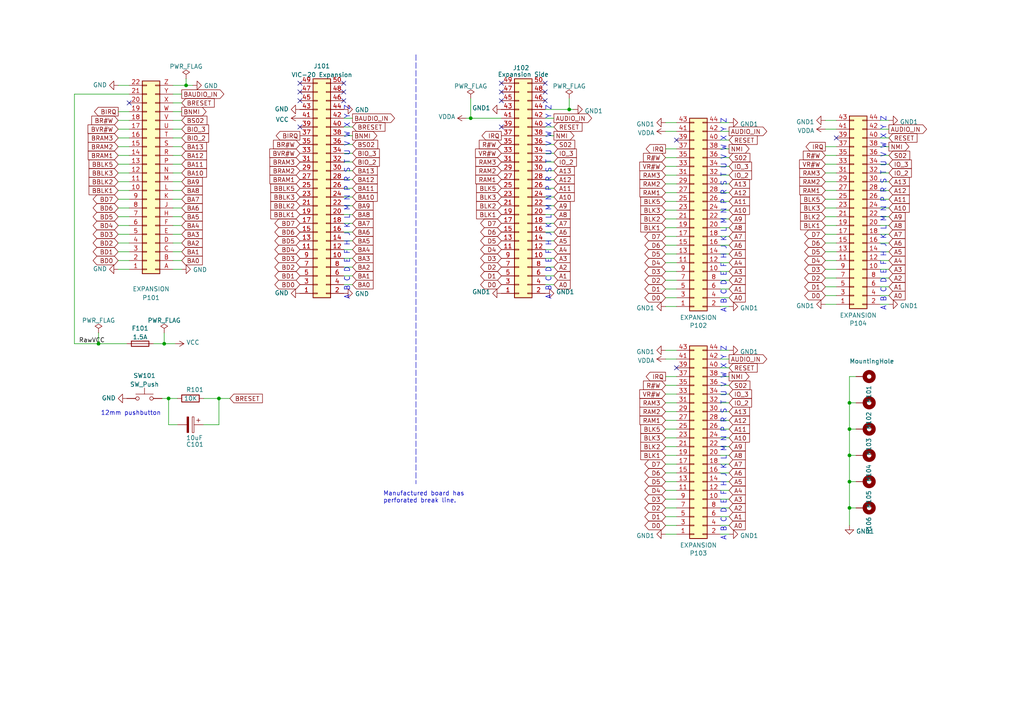
<source format=kicad_sch>
(kicad_sch (version 20211123) (generator eeschema)
  (paper "A4")
  (title_block (title "VIC-1005 3-slot Expansion Card") (date "2022-07-08") (rev "1.0-001") (comment 1 "Designed by Richard Cini"))
  (junction (at 48.895 115.57))
  (junction (at 47.625 99.695))
  (junction (at 28.575 99.695))
  (junction (at 246.38 116.84))
  (junction (at 246.38 132.08))
  (junction (at 53.975 24.765))
  (junction (at 136.525 34.29))
  (junction (at 165.1 31.75))
  (junction (at 246.38 147.32))
  (junction (at 246.38 139.7))
  (junction (at 63.5 115.57))
  (junction (at 246.38 124.46))
  (no_connect (at 196.215 40.64))
  (no_connect (at 196.215 106.68))
  (no_connect (at 86.995 26.67))
  (no_connect (at 86.995 24.13))
  (no_connect (at 99.695 24.13))
  (no_connect (at 99.695 26.67))
  (no_connect (at 99.695 29.21))
  (no_connect (at 86.995 29.21))
  (no_connect (at 145.415 24.13))
  (no_connect (at 86.995 36.83))
  (no_connect (at 145.415 36.83))
  (no_connect (at 145.415 26.67))
  (no_connect (at 158.115 26.67))
  (no_connect (at 158.115 24.13))
  (no_connect (at 158.115 29.21))
  (no_connect (at 145.415 29.21))
  (no_connect (at 37.465 29.845))
  (no_connect (at 242.57 40.005))
  (wire (pts (xy 102.235 46.99) (xy 99.695 46.99)))
  (wire (pts (xy 52.705 37.465) (xy 50.165 37.465)))
  (wire (pts (xy 102.235 44.45) (xy 99.695 44.45)))
  (wire (pts (xy 52.705 70.485) (xy 50.165 70.485)))
  (wire (pts (xy 102.235 54.61) (xy 99.695 54.61)))
  (wire (pts (xy 37.465 55.245) (xy 34.29 55.245)))
  (wire (pts (xy 52.705 65.405) (xy 50.165 65.405)))
  (wire (pts (xy 52.705 45.085) (xy 50.165 45.085)))
  (wire (pts (xy 208.915 154.94) (xy 211.455 154.94)))
  (wire (pts (xy 211.455 104.14) (xy 208.915 104.14)))
  (wire (pts (xy 37.465 65.405) (xy 34.29 65.405)))
  (wire (pts (xy 211.455 132.08) (xy 208.915 132.08)))
  (wire (pts (xy 193.04 101.6) (xy 196.215 101.6)))
  (wire (pts (xy 196.215 83.82) (xy 193.04 83.82)))
  (wire (pts (xy 211.455 50.8) (xy 208.915 50.8)))
  (wire (pts (xy 239.395 34.925) (xy 242.57 34.925)))
  (wire (pts (xy 52.705 55.245) (xy 50.165 55.245)))
  (wire (pts (xy 50.165 67.945) (xy 52.705 67.945)))
  (wire (pts (xy 239.395 37.465) (xy 242.57 37.465)))
  (wire (pts (xy 102.235 77.47) (xy 99.695 77.47)))
  (wire (pts (xy 246.38 124.46) (xy 248.285 124.46)))
  (wire (pts (xy 208.915 101.6) (xy 211.455 101.6)))
  (wire (pts (xy 239.395 62.865) (xy 242.57 62.865)))
  (wire (pts (xy 196.215 137.16) (xy 193.04 137.16)))
  (wire (pts (xy 37.465 73.025) (xy 34.29 73.025)))
  (wire (pts (xy 242.57 47.625) (xy 239.395 47.625)))
  (wire (pts (xy 211.455 152.4) (xy 208.915 152.4)))
  (wire (pts (xy 257.81 55.245) (xy 255.27 55.245)))
  (wire (pts (xy 239.395 85.725) (xy 242.57 85.725)))
  (wire (pts (xy 242.57 75.565) (xy 239.395 75.565)))
  (wire (pts (xy 208.915 149.86) (xy 211.455 149.86)))
  (wire (pts (xy 160.655 82.55) (xy 158.115 82.55)))
  (wire (pts (xy 52.705 40.005) (xy 50.165 40.005)))
  (wire (pts (xy 255.27 78.105) (xy 257.81 78.105)))
  (wire (pts (xy 160.655 54.61) (xy 158.115 54.61)))
  (wire (pts (xy 211.455 43.18) (xy 208.915 43.18)))
  (wire (pts (xy 196.215 111.76) (xy 193.04 111.76)))
  (wire (pts (xy 193.04 53.34) (xy 196.215 53.34)))
  (wire (pts (xy 257.81 57.785) (xy 255.27 57.785)))
  (wire (pts (xy 160.655 64.77) (xy 158.115 64.77)))
  (wire (pts (xy 52.705 27.305) (xy 50.165 27.305)))
  (wire (pts (xy 242.57 45.085) (xy 239.395 45.085)))
  (wire (pts (xy 193.04 43.18) (xy 196.215 43.18)))
  (wire (pts (xy 242.57 55.245) (xy 239.395 55.245)))
  (wire (pts (xy 34.29 75.565) (xy 37.465 75.565)))
  (wire (pts (xy 246.38 132.08) (xy 246.38 124.46)))
  (wire (pts (xy 193.04 109.22) (xy 196.215 109.22)))
  (wire (pts (xy 50.165 52.705) (xy 52.705 52.705)))
  (wire (pts (xy 34.29 32.385) (xy 37.465 32.385)))
  (wire (pts (xy 136.525 34.29) (xy 145.415 34.29)))
  (wire (pts (xy 34.29 42.545) (xy 37.465 42.545)))
  (wire (pts (xy 37.465 67.945) (xy 34.29 67.945)))
  (wire (pts (xy 34.29 57.785) (xy 37.465 57.785)))
  (wire (pts (xy 257.81 60.325) (xy 255.27 60.325)))
  (wire (pts (xy 160.655 57.15) (xy 158.115 57.15)))
  (wire (pts (xy 211.455 137.16) (xy 208.915 137.16)))
  (wire (pts (xy 211.455 60.96) (xy 208.915 60.96)))
  (wire (pts (xy 193.04 124.46) (xy 196.215 124.46)))
  (wire (pts (xy 136.525 28.575) (xy 136.525 34.29)))
  (wire (pts (xy 52.705 62.865) (xy 50.165 62.865)))
  (wire (pts (xy 53.975 22.86) (xy 53.975 24.765)))
  (wire (pts (xy 160.655 46.99) (xy 158.115 46.99)))
  (wire (pts (xy 257.81 47.625) (xy 255.27 47.625)))
  (wire (pts (xy 196.215 71.12) (xy 193.04 71.12)))
  (wire (pts (xy 211.455 45.72) (xy 208.915 45.72)))
  (wire (pts (xy 239.395 52.705) (xy 242.57 52.705)))
  (wire (pts (xy 208.915 129.54) (xy 211.455 129.54)))
  (wire (pts (xy 50.165 78.105) (xy 52.705 78.105)))
  (wire (pts (xy 208.915 144.78) (xy 211.455 144.78)))
  (wire (pts (xy 50.165 42.545) (xy 52.705 42.545)))
  (wire (pts (xy 211.455 139.7) (xy 208.915 139.7)))
  (wire (pts (xy 193.04 154.94) (xy 196.215 154.94)))
  (wire (pts (xy 48.895 115.57) (xy 51.435 115.57)))
  (wire (pts (xy 160.655 62.23) (xy 158.115 62.23)))
  (wire (pts (xy 196.215 144.78) (xy 193.04 144.78)))
  (wire (pts (xy 246.38 109.22) (xy 246.38 116.84)))
  (wire (pts (xy 160.655 67.31) (xy 158.115 67.31)))
  (wire (pts (xy 255.27 83.185) (xy 257.81 83.185)))
  (wire (pts (xy 28.575 96.52) (xy 28.575 99.695)))
  (wire (pts (xy 208.915 119.38) (xy 211.455 119.38)))
  (wire (pts (xy 193.04 35.56) (xy 196.215 35.56)))
  (wire (pts (xy 160.655 44.45) (xy 158.115 44.45)))
  (wire (pts (xy 37.465 50.165) (xy 34.29 50.165)))
  (wire (pts (xy 208.915 78.74) (xy 211.455 78.74)))
  (wire (pts (xy 160.655 41.91) (xy 158.115 41.91)))
  (wire (pts (xy 211.455 86.36) (xy 208.915 86.36)))
  (wire (pts (xy 160.655 34.29) (xy 158.115 34.29)))
  (wire (pts (xy 239.395 73.025) (xy 242.57 73.025)))
  (wire (pts (xy 248.285 109.22) (xy 246.38 109.22)))
  (wire (pts (xy 257.81 65.405) (xy 255.27 65.405)))
  (wire (pts (xy 158.115 36.83) (xy 160.655 36.83)))
  (wire (pts (xy 257.81 73.025) (xy 255.27 73.025)))
  (wire (pts (xy 34.29 47.625) (xy 37.465 47.625)))
  (wire (pts (xy 52.705 47.625) (xy 50.165 47.625)))
  (wire (pts (xy 255.27 62.865) (xy 257.81 62.865)))
  (wire (pts (xy 99.695 49.53) (xy 102.235 49.53)))
  (wire (pts (xy 257.81 75.565) (xy 255.27 75.565)))
  (wire (pts (xy 160.655 52.07) (xy 158.115 52.07)))
  (wire (pts (xy 211.455 147.32) (xy 208.915 147.32)))
  (wire (pts (xy 196.215 50.8) (xy 193.04 50.8)))
  (wire (pts (xy 211.455 68.58) (xy 208.915 68.58)))
  (wire (pts (xy 196.215 60.96) (xy 193.04 60.96)))
  (wire (pts (xy 196.215 114.3) (xy 193.04 114.3)))
  (wire (pts (xy 257.81 80.645) (xy 255.27 80.645)))
  (wire (pts (xy 196.215 149.86) (xy 193.04 149.86)))
  (wire (pts (xy 193.04 152.4) (xy 196.215 152.4)))
  (wire (pts (xy 47.625 99.695) (xy 50.8 99.695)))
  (wire (pts (xy 211.455 71.12) (xy 208.915 71.12)))
  (wire (pts (xy 59.055 115.57) (xy 63.5 115.57)))
  (wire (pts (xy 21.59 27.305) (xy 21.59 99.695)))
  (wire (pts (xy 50.165 29.845) (xy 52.705 29.845)))
  (wire (pts (xy 48.895 115.57) (xy 48.895 123.19)))
  (wire (pts (xy 102.235 62.23) (xy 99.695 62.23)))
  (wire (pts (xy 102.235 39.37) (xy 99.695 39.37)))
  (wire (pts (xy 37.465 34.925) (xy 34.29 34.925)))
  (wire (pts (xy 246.38 124.46) (xy 246.38 116.84)))
  (wire (pts (xy 37.465 40.005) (xy 34.29 40.005)))
  (wire (pts (xy 63.5 115.57) (xy 66.675 115.57)))
  (wire (pts (xy 193.04 73.66) (xy 196.215 73.66)))
  (wire (pts (xy 44.45 99.695) (xy 47.625 99.695)))
  (wire (pts (xy 257.81 42.545) (xy 255.27 42.545)))
  (wire (pts (xy 242.57 88.265) (xy 239.395 88.265)))
  (wire (pts (xy 196.215 127) (xy 193.04 127)))
  (wire (pts (xy 242.57 70.485) (xy 239.395 70.485)))
  (wire (pts (xy 242.57 83.185) (xy 239.395 83.185)))
  (wire (pts (xy 211.455 111.76) (xy 208.915 111.76)))
  (wire (pts (xy 34.29 24.765) (xy 37.465 24.765)))
  (wire (pts (xy 193.04 63.5) (xy 196.215 63.5)))
  (wire (pts (xy 158.115 31.75) (xy 165.1 31.75)))
  (wire (pts (xy 21.59 99.695) (xy 28.575 99.695)))
  (wire (pts (xy 160.655 69.85) (xy 158.115 69.85)))
  (polyline (pts (xy 120.65 15.875) (xy 120.65 140.335)) (stroke (width 0) (type dash)))
  (wire (pts (xy 246.38 147.32) (xy 246.38 152.4)))
  (wire (pts (xy 158.115 74.93) (xy 160.655 74.93)))
  (wire (pts (xy 211.455 142.24) (xy 208.915 142.24)))
  (wire (pts (xy 102.235 41.91) (xy 99.695 41.91)))
  (wire (pts (xy 196.215 66.04) (xy 193.04 66.04)))
  (wire (pts (xy 211.455 66.04) (xy 208.915 66.04)))
  (wire (pts (xy 211.455 73.66) (xy 208.915 73.66)))
  (wire (pts (xy 211.455 124.46) (xy 208.915 124.46)))
  (wire (pts (xy 196.215 121.92) (xy 193.04 121.92)))
  (wire (pts (xy 257.81 45.085) (xy 255.27 45.085)))
  (wire (pts (xy 255.27 88.265) (xy 257.81 88.265)))
  (wire (pts (xy 196.215 45.72) (xy 193.04 45.72)))
  (wire (pts (xy 255.27 52.705) (xy 257.81 52.705)))
  (wire (pts (xy 34.29 62.865) (xy 37.465 62.865)))
  (wire (pts (xy 211.455 134.62) (xy 208.915 134.62)))
  (wire (pts (xy 102.235 72.39) (xy 99.695 72.39)))
  (wire (pts (xy 50.165 73.025) (xy 52.705 73.025)))
  (wire (pts (xy 102.235 67.31) (xy 99.695 67.31)))
  (wire (pts (xy 255.27 34.925) (xy 257.81 34.925)))
  (wire (pts (xy 135.255 34.29) (xy 136.525 34.29)))
  (wire (pts (xy 257.81 67.945) (xy 255.27 67.945)))
  (wire (pts (xy 52.705 57.785) (xy 50.165 57.785)))
  (wire (pts (xy 239.395 42.545) (xy 242.57 42.545)))
  (wire (pts (xy 37.465 45.085) (xy 34.29 45.085)))
  (wire (pts (xy 52.705 50.165) (xy 50.165 50.165)))
  (wire (pts (xy 211.455 114.3) (xy 208.915 114.3)))
  (wire (pts (xy 160.655 72.39) (xy 158.115 72.39)))
  (wire (pts (xy 193.04 129.54) (xy 196.215 129.54)))
  (wire (pts (xy 196.215 48.26) (xy 193.04 48.26)))
  (wire (pts (xy 52.705 75.565) (xy 50.165 75.565)))
  (wire (pts (xy 193.04 104.14) (xy 196.215 104.14)))
  (wire (pts (xy 34.29 70.485) (xy 37.465 70.485)))
  (wire (pts (xy 211.455 116.84) (xy 208.915 116.84)))
  (wire (pts (xy 196.215 132.08) (xy 193.04 132.08)))
  (wire (pts (xy 63.5 123.19) (xy 59.055 123.19)))
  (wire (pts (xy 63.5 115.57) (xy 63.5 123.19)))
  (wire (pts (xy 257.81 70.485) (xy 255.27 70.485)))
  (wire (pts (xy 208.915 35.56) (xy 211.455 35.56)))
  (wire (pts (xy 102.235 69.85) (xy 99.695 69.85)))
  (wire (pts (xy 211.455 121.92) (xy 208.915 121.92)))
  (wire (pts (xy 165.1 28.575) (xy 165.1 31.75)))
  (wire (pts (xy 34.29 52.705) (xy 37.465 52.705)))
  (wire (pts (xy 102.235 57.15) (xy 99.695 57.15)))
  (wire (pts (xy 208.915 106.68) (xy 211.455 106.68)))
  (wire (pts (xy 257.81 37.465) (xy 255.27 37.465)))
  (wire (pts (xy 211.455 76.2) (xy 208.915 76.2)))
  (wire (pts (xy 99.695 59.69) (xy 102.235 59.69)))
  (wire (pts (xy 246.38 116.84) (xy 248.285 116.84)))
  (wire (pts (xy 28.575 99.695) (xy 36.83 99.695)))
  (wire (pts (xy 196.215 116.84) (xy 193.04 116.84)))
  (wire (pts (xy 158.115 80.01) (xy 160.655 80.01)))
  (wire (pts (xy 52.705 34.925) (xy 50.165 34.925)))
  (wire (pts (xy 211.455 127) (xy 208.915 127)))
  (wire (pts (xy 208.915 83.82) (xy 211.455 83.82)))
  (wire (pts (xy 246.38 139.7) (xy 246.38 147.32)))
  (wire (pts (xy 53.975 24.765) (xy 55.88 24.765)))
  (wire (pts (xy 102.235 82.55) (xy 99.695 82.55)))
  (wire (pts (xy 208.915 88.9) (xy 211.455 88.9)))
  (wire (pts (xy 196.215 76.2) (xy 193.04 76.2)))
  (wire (pts (xy 208.915 53.34) (xy 211.455 53.34)))
  (wire (pts (xy 102.235 64.77) (xy 99.695 64.77)))
  (wire (pts (xy 211.455 58.42) (xy 208.915 58.42)))
  (wire (pts (xy 99.695 80.01) (xy 102.235 80.01)))
  (wire (pts (xy 239.395 57.785) (xy 242.57 57.785)))
  (wire (pts (xy 165.1 31.75) (xy 166.37 31.75)))
  (wire (pts (xy 102.235 34.29) (xy 99.695 34.29)))
  (wire (pts (xy 211.455 55.88) (xy 208.915 55.88)))
  (wire (pts (xy 196.215 38.1) (xy 193.04 38.1)))
  (wire (pts (xy 99.695 74.93) (xy 102.235 74.93)))
  (wire (pts (xy 193.04 58.42) (xy 196.215 58.42)))
  (wire (pts (xy 242.57 50.165) (xy 239.395 50.165)))
  (wire (pts (xy 193.04 139.7) (xy 196.215 139.7)))
  (wire (pts (xy 246.38 147.32) (xy 248.285 147.32)))
  (wire (pts (xy 246.38 139.7) (xy 246.38 132.08)))
  (wire (pts (xy 193.04 134.62) (xy 196.215 134.62)))
  (wire (pts (xy 255.27 40.005) (xy 257.81 40.005)))
  (wire (pts (xy 52.705 60.325) (xy 50.165 60.325)))
  (wire (pts (xy 211.455 48.26) (xy 208.915 48.26)))
  (wire (pts (xy 37.465 60.325) (xy 34.29 60.325)))
  (wire (pts (xy 242.57 78.105) (xy 239.395 78.105)))
  (wire (pts (xy 102.235 52.07) (xy 99.695 52.07)))
  (wire (pts (xy 246.38 132.08) (xy 248.285 132.08)))
  (wire (pts (xy 158.115 59.69) (xy 160.655 59.69)))
  (wire (pts (xy 239.395 67.945) (xy 242.57 67.945)))
  (wire (pts (xy 239.395 80.645) (xy 242.57 80.645)))
  (wire (pts (xy 196.215 88.9) (xy 193.04 88.9)))
  (wire (pts (xy 211.455 81.28) (xy 208.915 81.28)))
  (wire (pts (xy 193.04 86.36) (xy 196.215 86.36)))
  (wire (pts (xy 160.655 77.47) (xy 158.115 77.47)))
  (wire (pts (xy 46.99 115.57) (xy 48.895 115.57)))
  (wire (pts (xy 257.81 50.165) (xy 255.27 50.165)))
  (wire (pts (xy 242.57 60.325) (xy 239.395 60.325)))
  (wire (pts (xy 21.59 27.305) (xy 37.465 27.305)))
  (wire (pts (xy 242.57 65.405) (xy 239.395 65.405)))
  (wire (pts (xy 193.04 68.58) (xy 196.215 68.58)))
  (wire (pts (xy 196.215 78.74) (xy 193.04 78.74)))
  (wire (pts (xy 193.04 147.32) (xy 196.215 147.32)))
  (wire (pts (xy 196.215 55.88) (xy 193.04 55.88)))
  (wire (pts (xy 193.04 81.28) (xy 196.215 81.28)))
  (wire (pts (xy 160.655 39.37) (xy 158.115 39.37)))
  (wire (pts (xy 37.465 37.465) (xy 34.29 37.465)))
  (wire (pts (xy 211.455 109.22) (xy 208.915 109.22)))
  (wire (pts (xy 37.465 78.105) (xy 34.29 78.105)))
  (wire (pts (xy 257.81 85.725) (xy 255.27 85.725)))
  (wire (pts (xy 158.115 49.53) (xy 160.655 49.53)))
  (wire (pts (xy 246.38 139.7) (xy 248.285 139.7)))
  (wire (pts (xy 193.04 119.38) (xy 196.215 119.38)))
  (wire (pts (xy 99.695 36.83) (xy 102.235 36.83)))
  (wire (pts (xy 48.895 123.19) (xy 51.435 123.19)))
  (wire (pts (xy 52.705 32.385) (xy 50.165 32.385)))
  (wire (pts (xy 196.215 142.24) (xy 193.04 142.24)))
  (wire (pts (xy 211.455 38.1) (xy 208.915 38.1)))
  (wire (pts (xy 208.915 40.64) (xy 211.455 40.64)))
  (wire (pts (xy 50.165 24.765) (xy 53.975 24.765)))
  (wire (pts (xy 47.625 96.52) (xy 47.625 99.695)))
  (wire (pts (xy 208.915 63.5) (xy 211.455 63.5)))
  (text "A B C D E F H J K L M N P R S T U V W X Y Z" (at 101.6 86.995 90) (effects (font (size 1.524 1.524)) (justify left bottom)))
  (text "12mm pushbutton" (at 29.21 120.65 0) (effects (font (size 1.27 1.27)) (justify left bottom)))
  (text "Manufactured board has\nperforated break line." (at 111.125 146.05 0) (effects (font (size 1.27 1.27)) (justify left bottom)))
  (text "A B C D E F H J K L M N P R S T U V W X Y Z" (at 160.02 86.995 90) (effects (font (size 1.524 1.524)) (justify left bottom)))
  (text "A B C D E F H J K L M N P R S T U V W X Y Z" (at 210.82 90.805 90) (effects (font (size 1.524 1.524)) (justify left bottom)))
  (text "A B C D E F H J K L M N P R S T U V W X Y Z" (at 210.82 156.845 90) (effects (font (size 1.524 1.524)) (justify left bottom)))
  (text "A B C D E F H J K L M N P R S T U V W X Y Z" (at 257.175 90.17 90) (effects (font (size 1.524 1.524)) (justify left bottom)))
  (label "RawVCC" (at 22.86 99.695 0))
  (global_label "BA5" (shape input) (at 52.705 62.865 0) (property "Intersheet References" "${INTERSHEET_REFS}" (effects hide)))
  (global_label "A12" (shape input) (at 211.455 121.92 0) (property "Intersheet References" "${INTERSHEET_REFS}" (effects hide)))
  (global_label "BA6" (shape input) (at 102.235 67.31 0) (property "Intersheet References" "${INTERSHEET_REFS}" (effects hide)))
  (global_label "A12" (shape input) (at 211.455 55.88 0) (property "Intersheet References" "${INTERSHEET_REFS}" (effects hide)))
  (global_label "D7" (shape bidirectional) (at 193.04 134.62 180) (property "Intersheet References" "${INTERSHEET_REFS}" (effects hide)))
  (global_label "AUDIO_IN" (shape output) (at 257.81 37.465 0) (property "Intersheet References" "${INTERSHEET_REFS}" (effects hide)))
  (global_label "AUDIO_IN" (shape output) (at 211.455 104.14 0) (property "Intersheet References" "${INTERSHEET_REFS}" (effects hide)))
  (global_label "A1" (shape input) (at 211.455 149.86 0) (property "Intersheet References" "${INTERSHEET_REFS}" (effects hide)))
  (global_label "BA5" (shape input) (at 102.235 69.85 0) (property "Intersheet References" "${INTERSHEET_REFS}" (effects hide)))
  (global_label "A4" (shape input) (at 211.455 142.24 0) (property "Intersheet References" "${INTERSHEET_REFS}" (effects hide)))
  (global_label "BA4" (shape input) (at 52.705 65.405 0) (property "Intersheet References" "${INTERSHEET_REFS}" (effects hide)))
  (global_label "A2" (shape input) (at 257.81 80.645 0) (property "Intersheet References" "${INTERSHEET_REFS}" (effects hide)))
  (global_label "BLK3" (shape input) (at 239.395 60.325 180) (property "Intersheet References" "${INTERSHEET_REFS}" (effects hide)))
  (global_label "D1" (shape bidirectional) (at 239.395 83.185 180) (property "Intersheet References" "${INTERSHEET_REFS}" (effects hide)))
  (global_label "D2" (shape bidirectional) (at 239.395 80.645 180) (property "Intersheet References" "${INTERSHEET_REFS}" (effects hide)))
  (global_label "A3" (shape input) (at 160.655 74.93 0) (property "Intersheet References" "${INTERSHEET_REFS}" (effects hide)))
  (global_label "BBLK1" (shape input) (at 34.29 55.245 180) (property "Intersheet References" "${INTERSHEET_REFS}" (effects hide)))
  (global_label "BA7" (shape input) (at 52.705 57.785 0) (property "Intersheet References" "${INTERSHEET_REFS}" (effects hide)))
  (global_label "D0" (shape bidirectional) (at 193.04 86.36 180) (property "Intersheet References" "${INTERSHEET_REFS}" (effects hide)))
  (global_label "A13" (shape input) (at 211.455 53.34 0) (property "Intersheet References" "${INTERSHEET_REFS}" (effects hide)))
  (global_label "BD4" (shape bidirectional) (at 86.995 72.39 180) (property "Intersheet References" "${INTERSHEET_REFS}" (effects hide)))
  (global_label "BIO_3" (shape input) (at 102.235 44.45 0) (property "Intersheet References" "${INTERSHEET_REFS}" (effects hide)))
  (global_label "BA6" (shape input) (at 52.705 60.325 0) (property "Intersheet References" "${INTERSHEET_REFS}" (effects hide)))
  (global_label "RAM2" (shape input) (at 239.395 52.705 180) (property "Intersheet References" "${INTERSHEET_REFS}" (effects hide)))
  (global_label "BA10" (shape input) (at 102.235 57.15 0) (property "Intersheet References" "${INTERSHEET_REFS}" (effects hide)))
  (global_label "A0" (shape input) (at 211.455 86.36 0) (property "Intersheet References" "${INTERSHEET_REFS}" (effects hide)))
  (global_label "A3" (shape input) (at 211.455 144.78 0) (property "Intersheet References" "${INTERSHEET_REFS}" (effects hide)))
  (global_label "BD6" (shape bidirectional) (at 34.29 60.325 180) (property "Intersheet References" "${INTERSHEET_REFS}" (effects hide)))
  (global_label "IRQ" (shape output) (at 193.04 43.18 180) (property "Intersheet References" "${INTERSHEET_REFS}" (effects hide)))
  (global_label "D3" (shape bidirectional) (at 145.415 74.93 180) (property "Intersheet References" "${INTERSHEET_REFS}" (effects hide)))
  (global_label "IO_2" (shape input) (at 160.655 46.99 0) (property "Intersheet References" "${INTERSHEET_REFS}" (effects hide)))
  (global_label "S02" (shape input) (at 211.455 111.76 0) (property "Intersheet References" "${INTERSHEET_REFS}" (effects hide)))
  (global_label "BAUDIO_IN" (shape output) (at 102.235 34.29 0) (property "Intersheet References" "${INTERSHEET_REFS}" (effects hide)))
  (global_label "BRAM3" (shape input) (at 86.995 46.99 180) (property "Intersheet References" "${INTERSHEET_REFS}" (effects hide)))
  (global_label "BLK2" (shape input) (at 193.04 129.54 180) (property "Intersheet References" "${INTERSHEET_REFS}" (effects hide)))
  (global_label "A13" (shape input) (at 160.655 49.53 0) (property "Intersheet References" "${INTERSHEET_REFS}" (effects hide)))
  (global_label "D2" (shape bidirectional) (at 193.04 147.32 180) (property "Intersheet References" "${INTERSHEET_REFS}" (effects hide)))
  (global_label "S02" (shape input) (at 257.81 45.085 0) (property "Intersheet References" "${INTERSHEET_REFS}" (effects hide)))
  (global_label "BA11" (shape input) (at 52.705 47.625 0) (property "Intersheet References" "${INTERSHEET_REFS}" (effects hide)))
  (global_label "BRAM1" (shape input) (at 86.995 52.07 180) (property "Intersheet References" "${INTERSHEET_REFS}" (effects hide)))
  (global_label "RAM1" (shape input) (at 239.395 55.245 180) (property "Intersheet References" "${INTERSHEET_REFS}" (effects hide)))
  (global_label "A2" (shape input) (at 160.655 77.47 0) (property "Intersheet References" "${INTERSHEET_REFS}" (effects hide)))
  (global_label "A1" (shape input) (at 211.455 83.82 0) (property "Intersheet References" "${INTERSHEET_REFS}" (effects hide)))
  (global_label "BBLK2" (shape input) (at 34.29 52.705 180) (property "Intersheet References" "${INTERSHEET_REFS}" (effects hide)))
  (global_label "D5" (shape bidirectional) (at 193.04 139.7 180) (property "Intersheet References" "${INTERSHEET_REFS}" (effects hide)))
  (global_label "BLK5" (shape input) (at 193.04 58.42 180) (property "Intersheet References" "${INTERSHEET_REFS}" (effects hide)))
  (global_label "IO_3" (shape input) (at 257.81 47.625 0) (property "Intersheet References" "${INTERSHEET_REFS}" (effects hide)))
  (global_label "A5" (shape input) (at 211.455 73.66 0) (property "Intersheet References" "${INTERSHEET_REFS}" (effects hide)))
  (global_label "D7" (shape bidirectional) (at 239.395 67.945 180) (property "Intersheet References" "${INTERSHEET_REFS}" (effects hide)))
  (global_label "A13" (shape input) (at 257.81 52.705 0) (property "Intersheet References" "${INTERSHEET_REFS}" (effects hide)))
  (global_label "A7" (shape input) (at 257.81 67.945 0) (property "Intersheet References" "${INTERSHEET_REFS}" (effects hide)))
  (global_label "A3" (shape input) (at 257.81 78.105 0) (property "Intersheet References" "${INTERSHEET_REFS}" (effects hide)))
  (global_label "D3" (shape bidirectional) (at 239.395 78.105 180) (property "Intersheet References" "${INTERSHEET_REFS}" (effects hide)))
  (global_label "RESET" (shape input) (at 211.455 40.64 0) (property "Intersheet References" "${INTERSHEET_REFS}" (effects hide)))
  (global_label "IO_3" (shape input) (at 211.455 114.3 0) (property "Intersheet References" "${INTERSHEET_REFS}" (effects hide)))
  (global_label "D0" (shape bidirectional) (at 239.395 85.725 180) (property "Intersheet References" "${INTERSHEET_REFS}" (effects hide)))
  (global_label "D7" (shape bidirectional) (at 193.04 68.58 180) (property "Intersheet References" "${INTERSHEET_REFS}" (effects hide)))
  (global_label "D4" (shape bidirectional) (at 193.04 142.24 180) (property "Intersheet References" "${INTERSHEET_REFS}" (effects hide)))
  (global_label "A7" (shape input) (at 211.455 68.58 0) (property "Intersheet References" "${INTERSHEET_REFS}" (effects hide)))
  (global_label "D4" (shape bidirectional) (at 239.395 75.565 180) (property "Intersheet References" "${INTERSHEET_REFS}" (effects hide)))
  (global_label "BBLK2" (shape input) (at 86.995 59.69 180) (property "Intersheet References" "${INTERSHEET_REFS}" (effects hide)))
  (global_label "A10" (shape input) (at 211.455 60.96 0) (property "Intersheet References" "${INTERSHEET_REFS}" (effects hide)))
  (global_label "BRAM2" (shape input) (at 34.29 42.545 180) (property "Intersheet References" "${INTERSHEET_REFS}" (effects hide)))
  (global_label "BD5" (shape bidirectional) (at 86.995 69.85 180) (property "Intersheet References" "${INTERSHEET_REFS}" (effects hide)))
  (global_label "BS02" (shape input) (at 102.235 41.91 0) (property "Intersheet References" "${INTERSHEET_REFS}" (effects hide)))
  (global_label "A5" (shape input) (at 257.81 73.025 0) (property "Intersheet References" "${INTERSHEET_REFS}" (effects hide)))
  (global_label "BD2" (shape bidirectional) (at 86.995 77.47 180) (property "Intersheet References" "${INTERSHEET_REFS}" (effects hide)))
  (global_label "RAM3" (shape input) (at 193.04 116.84 180) (property "Intersheet References" "${INTERSHEET_REFS}" (effects hide)))
  (global_label "S02" (shape input) (at 160.655 41.91 0) (property "Intersheet References" "${INTERSHEET_REFS}" (effects hide)))
  (global_label "A7" (shape input) (at 211.455 134.62 0) (property "Intersheet References" "${INTERSHEET_REFS}" (effects hide)))
  (global_label "NMI" (shape output) (at 257.81 42.545 0) (property "Intersheet References" "${INTERSHEET_REFS}" (effects hide)))
  (global_label "D7" (shape bidirectional) (at 145.415 64.77 180) (property "Intersheet References" "${INTERSHEET_REFS}" (effects hide)))
  (global_label "R#W" (shape input) (at 145.415 41.91 180) (property "Intersheet References" "${INTERSHEET_REFS}" (effects hide)))
  (global_label "A11" (shape input) (at 211.455 58.42 0) (property "Intersheet References" "${INTERSHEET_REFS}" (effects hide)))
  (global_label "BAUDIO_IN" (shape output) (at 52.705 27.305 0) (property "Intersheet References" "${INTERSHEET_REFS}" (effects hide)))
  (global_label "BA12" (shape input) (at 102.235 52.07 0) (property "Intersheet References" "${INTERSHEET_REFS}" (effects hide)))
  (global_label "BD3" (shape bidirectional) (at 34.29 67.945 180) (property "Intersheet References" "${INTERSHEET_REFS}" (effects hide)))
  (global_label "A10" (shape input) (at 160.655 57.15 0) (property "Intersheet References" "${INTERSHEET_REFS}" (effects hide)))
  (global_label "BRAM2" (shape input) (at 86.995 49.53 180) (property "Intersheet References" "${INTERSHEET_REFS}" (effects hide)))
  (global_label "BA12" (shape input) (at 52.705 45.085 0) (property "Intersheet References" "${INTERSHEET_REFS}" (effects hide)))
  (global_label "D1" (shape bidirectional) (at 145.415 80.01 180) (property "Intersheet References" "${INTERSHEET_REFS}" (effects hide)))
  (global_label "RAM2" (shape input) (at 193.04 53.34 180) (property "Intersheet References" "${INTERSHEET_REFS}" (effects hide)))
  (global_label "RAM3" (shape input) (at 239.395 50.165 180) (property "Intersheet References" "${INTERSHEET_REFS}" (effects hide)))
  (global_label "D1" (shape bidirectional) (at 193.04 83.82 180) (property "Intersheet References" "${INTERSHEET_REFS}" (effects hide)))
  (global_label "BRESET" (shape input) (at 52.705 29.845 0) (property "Intersheet References" "${INTERSHEET_REFS}" (effects hide)))
  (global_label "D6" (shape bidirectional) (at 239.395 70.485 180) (property "Intersheet References" "${INTERSHEET_REFS}" (effects hide)))
  (global_label "D3" (shape bidirectional) (at 193.04 78.74 180) (property "Intersheet References" "${INTERSHEET_REFS}" (effects hide)))
  (global_label "BLK2" (shape input) (at 239.395 62.865 180) (property "Intersheet References" "${INTERSHEET_REFS}" (effects hide)))
  (global_label "BA3" (shape input) (at 102.235 74.93 0) (property "Intersheet References" "${INTERSHEET_REFS}" (effects hide)))
  (global_label "AUDIO_IN" (shape output) (at 211.455 38.1 0) (property "Intersheet References" "${INTERSHEET_REFS}" (effects hide)))
  (global_label "RAM2" (shape input) (at 145.415 49.53 180) (property "Intersheet References" "${INTERSHEET_REFS}" (effects hide)))
  (global_label "BD6" (shape bidirectional) (at 86.995 67.31 180) (property "Intersheet References" "${INTERSHEET_REFS}" (effects hide)))
  (global_label "BS02" (shape input) (at 52.705 34.925 0) (property "Intersheet References" "${INTERSHEET_REFS}" (effects hide)))
  (global_label "A10" (shape input) (at 257.81 60.325 0) (property "Intersheet References" "${INTERSHEET_REFS}" (effects hide)))
  (global_label "D0" (shape bidirectional) (at 193.04 152.4 180) (property "Intersheet References" "${INTERSHEET_REFS}" (effects hide)))
  (global_label "VR#W" (shape input) (at 193.04 114.3 180) (property "Intersheet References" "${INTERSHEET_REFS}" (effects hide)))
  (global_label "S02" (shape input) (at 211.455 45.72 0) (property "Intersheet References" "${INTERSHEET_REFS}" (effects hide)))
  (global_label "BD1" (shape bidirectional) (at 34.29 73.025 180) (property "Intersheet References" "${INTERSHEET_REFS}" (effects hide)))
  (global_label "BBLK5" (shape input) (at 86.995 54.61 180) (property "Intersheet References" "${INTERSHEET_REFS}" (effects hide)))
  (global_label "A8" (shape input) (at 211.455 132.08 0) (property "Intersheet References" "${INTERSHEET_REFS}" (effects hide)))
  (global_label "BLK5" (shape input) (at 145.415 54.61 180) (property "Intersheet References" "${INTERSHEET_REFS}" (effects hide)))
  (global_label "BRAM3" (shape input) (at 34.29 40.005 180) (property "Intersheet References" "${INTERSHEET_REFS}" (effects hide)))
  (global_label "RAM1" (shape input) (at 193.04 121.92 180) (property "Intersheet References" "${INTERSHEET_REFS}" (effects hide)))
  (global_label "A5" (shape input) (at 160.655 69.85 0) (property "Intersheet References" "${INTERSHEET_REFS}" (effects hide)))
  (global_label "BIO_2" (shape input) (at 102.235 46.99 0) (property "Intersheet References" "${INTERSHEET_REFS}" (effects hide)))
  (global_label "A11" (shape input) (at 160.655 54.61 0) (property "Intersheet References" "${INTERSHEET_REFS}" (effects hide)))
  (global_label "BIO_3" (shape input) (at 52.705 37.465 0) (property "Intersheet References" "${INTERSHEET_REFS}" (effects hide)))
  (global_label "BD1" (shape bidirectional) (at 86.995 80.01 180) (property "Intersheet References" "${INTERSHEET_REFS}" (effects hide)))
  (global_label "BR#W" (shape input) (at 34.29 34.925 180) (property "Intersheet References" "${INTERSHEET_REFS}" (effects hide)))
  (global_label "A6" (shape input) (at 257.81 70.485 0) (property "Intersheet References" "${INTERSHEET_REFS}" (effects hide)))
  (global_label "IO_2" (shape input) (at 211.455 116.84 0) (property "Intersheet References" "${INTERSHEET_REFS}" (effects hide)))
  (global_label "BA4" (shape input) (at 102.235 72.39 0) (property "Intersheet References" "${INTERSHEET_REFS}" (effects hide)))
  (global_label "BLK1" (shape input) (at 239.395 65.405 180) (property "Intersheet References" "${INTERSHEET_REFS}" (effects hide)))
  (global_label "BLK2" (shape input) (at 145.415 59.69 180) (property "Intersheet References" "${INTERSHEET_REFS}" (effects hide)))
  (global_label "BA0" (shape input) (at 52.705 75.565 0) (property "Intersheet References" "${INTERSHEET_REFS}" (effects hide)))
  (global_label "IO_2" (shape input) (at 211.455 50.8 0) (property "Intersheet References" "${INTERSHEET_REFS}" (effects hide)))
  (global_label "BA9" (shape input) (at 52.705 52.705 0) (property "Intersheet References" "${INTERSHEET_REFS}" (effects hide)))
  (global_label "A6" (shape input) (at 160.655 67.31 0) (property "Intersheet References" "${INTERSHEET_REFS}" (effects hide)))
  (global_label "A13" (shape input) (at 211.455 119.38 0) (property "Intersheet References" "${INTERSHEET_REFS}" (effects hide)))
  (global_label "A9" (shape input) (at 211.455 63.5 0) (property "Intersheet References" "${INTERSHEET_REFS}" (effects hide)))
  (global_label "RAM1" (shape input) (at 145.415 52.07 180) (property "Intersheet References" "${INTERSHEET_REFS}" (effects hide)))
  (global_label "A0" (shape input) (at 257.81 85.725 0) (property "Intersheet References" "${INTERSHEET_REFS}" (effects hide)))
  (global_label "BD0" (shape bidirectional) (at 34.29 75.565 180) (property "Intersheet References" "${INTERSHEET_REFS}" (effects hide)))
  (global_label "A8" (shape input) (at 160.655 62.23 0) (property "Intersheet References" "${INTERSHEET_REFS}" (effects hide)))
  (global_label "BA13" (shape input) (at 52.705 42.545 0) (property "Intersheet References" "${INTERSHEET_REFS}" (effects hide)))
  (global_label "BA2" (shape input) (at 52.705 70.485 0) (property "Intersheet References" "${INTERSHEET_REFS}" (effects hide)))
  (global_label "A4" (shape input) (at 160.655 72.39 0) (property "Intersheet References" "${INTERSHEET_REFS}" (effects hide)))
  (global_label "A1" (shape input) (at 160.655 80.01 0) (property "Intersheet References" "${INTERSHEET_REFS}" (effects hide)))
  (global_label "BA0" (shape input) (at 102.235 82.55 0) (property "Intersheet References" "${INTERSHEET_REFS}" (effects hide)))
  (global_label "BBLK3" (shape input) (at 34.29 50.165 180) (property "Intersheet References" "${INTERSHEET_REFS}" (effects hide)))
  (global_label "RAM2" (shape input) (at 193.04 119.38 180) (property "Intersheet References" "${INTERSHEET_REFS}" (effects hide)))
  (global_label "VR#W" (shape input) (at 239.395 47.625 180) (property "Intersheet References" "${INTERSHEET_REFS}" (effects hide)))
  (global_label "BIRQ" (shape output) (at 86.995 39.37 180) (property "Intersheet References" "${INTERSHEET_REFS}" (effects hide)))
  (global_label "NMI" (shape output) (at 160.655 39.37 0) (property "Intersheet References" "${INTERSHEET_REFS}" (effects hide)))
  (global_label "A0" (shape input) (at 160.655 82.55 0) (property "Intersheet References" "${INTERSHEET_REFS}" (effects hide)))
  (global_label "RAM1" (shape input) (at 193.04 55.88 180) (property "Intersheet References" "${INTERSHEET_REFS}" (effects hide)))
  (global_label "BNMI" (shape output) (at 102.235 39.37 0) (property "Intersheet References" "${INTERSHEET_REFS}" (effects hide)))
  (global_label "BLK3" (shape input) (at 193.04 60.96 180) (property "Intersheet References" "${INTERSHEET_REFS}" (effects hide)))
  (global_label "R#W" (shape input) (at 193.04 111.76 180) (property "Intersheet References" "${INTERSHEET_REFS}" (effects hide)))
  (global_label "A10" (shape input) (at 211.455 127 0) (property "Intersheet References" "${INTERSHEET_REFS}" (effects hide)))
  (global_label "BD7" (shape bidirectional) (at 34.29 57.785 180) (property "Intersheet References" "${INTERSHEET_REFS}" (effects hide)))
  (global_label "IO_3" (shape input) (at 160.655 44.45 0) (property "Intersheet References" "${INTERSHEET_REFS}" (effects hide)))
  (global_label "BA8" (shape input) (at 52.705 55.245 0) (property "Intersheet References" "${INTERSHEET_REFS}" (effects hide)))
  (global_label "R#W" (shape input) (at 239.395 45.085 180) (property "Intersheet References" "${INTERSHEET_REFS}" (effects hide)))
  (global_label "RESET" (shape input) (at 160.655 36.83 0) (property "Intersheet References" "${INTERSHEET_REFS}" (effects hide)))
  (global_label "D4" (shape bidirectional) (at 193.04 76.2 180) (property "Intersheet References" "${INTERSHEET_REFS}" (effects hide)))
  (global_label "BRESET" (shape input) (at 66.675 115.57 0) (property "Intersheet References" "${INTERSHEET_REFS}" (effects hide)))
  (global_label "BRAM1" (shape input) (at 34.29 45.085 180) (property "Intersheet References" "${INTERSHEET_REFS}" (effects hide)))
  (global_label "D6" (shape bidirectional) (at 193.04 71.12 180) (property "Intersheet References" "${INTERSHEET_REFS}" (effects hide)))
  (global_label "BD5" (shape bidirectional) (at 34.29 62.865 180) (property "Intersheet References" "${INTERSHEET_REFS}" (effects hide)))
  (global_label "BLK5" (shape input) (at 239.395 57.785 180) (property "Intersheet References" "${INTERSHEET_REFS}" (effects hide)))
  (global_label "BA13" (shape input) (at 102.235 49.53 0) (property "Intersheet References" "${INTERSHEET_REFS}" (effects hide)))
  (global_label "BLK1" (shape input) (at 193.04 66.04 180) (property "Intersheet References" "${INTERSHEET_REFS}" (effects hide)))
  (global_label "BA8" (shape input) (at 102.235 62.23 0) (property "Intersheet References" "${INTERSHEET_REFS}" (effects hide)))
  (global_label "BLK1" (shape input) (at 193.04 132.08 180) (property "Intersheet References" "${INTERSHEET_REFS}" (effects hide)))
  (global_label "BA11" (shape input) (at 102.235 54.61 0) (property "Intersheet References" "${INTERSHEET_REFS}" (effects hide)))
  (global_label "BLK2" (shape input) (at 193.04 63.5 180) (property "Intersheet References" "${INTERSHEET_REFS}" (effects hide)))
  (global_label "A2" (shape input) (at 211.455 147.32 0) (property "Intersheet References" "${INTERSHEET_REFS}" (effects hide)))
  (global_label "D1" (shape bidirectional) (at 193.04 149.86 180) (property "Intersheet References" "${INTERSHEET_REFS}" (effects hide)))
  (global_label "A7" (shape input) (at 160.655 64.77 0) (property "Intersheet References" "${INTERSHEET_REFS}" (effects hide)))
  (global_label "A4" (shape input) (at 211.455 76.2 0) (property "Intersheet References" "${INTERSHEET_REFS}" (effects hide)))
  (global_label "BA7" (shape input) (at 102.235 64.77 0) (property "Intersheet References" "${INTERSHEET_REFS}" (effects hide)))
  (global_label "D5" (shape bidirectional) (at 145.415 69.85 180) (property "Intersheet References" "${INTERSHEET_REFS}" (effects hide)))
  (global_label "IO_2" (shape input) (at 257.81 50.165 0) (property "Intersheet References" "${INTERSHEET_REFS}" (effects hide)))
  (global_label "A8" (shape input) (at 211.455 66.04 0) (property "Intersheet References" "${INTERSHEET_REFS}" (effects hide)))
  (global_label "BA2" (shape input) (at 102.235 77.47 0) (property "Intersheet References" "${INTERSHEET_REFS}" (effects hide)))
  (global_label "A12" (shape input) (at 160.655 52.07 0) (property "Intersheet References" "${INTERSHEET_REFS}" (effects hide)))
  (global_label "RAM3" (shape input) (at 193.04 50.8 180) (property "Intersheet References" "${INTERSHEET_REFS}" (effects hide)))
  (global_label "D2" (shape bidirectional) (at 145.415 77.47 180) (property "Intersheet References" "${INTERSHEET_REFS}" (effects hide)))
  (global_label "A2" (shape input) (at 211.455 81.28 0) (property "Intersheet References" "${INTERSHEET_REFS}" (effects hide)))
  (global_label "VR#W" (shape input) (at 193.04 48.26 180) (property "Intersheet References" "${INTERSHEET_REFS}" (effects hide)))
  (global_label "BD4" (shape bidirectional) (at 34.29 65.405 180) (property "Intersheet References" "${INTERSHEET_REFS}" (effects hide)))
  (global_label "A11" (shape input) (at 211.455 124.46 0) (property "Intersheet References" "${INTERSHEET_REFS}" (effects hide)))
  (global_label "IRQ" (shape output) (at 145.415 39.37 180) (property "Intersheet References" "${INTERSHEET_REFS}" (effects hide)))
  (global_label "A9" (shape input) (at 211.455 129.54 0) (property "Intersheet References" "${INTERSHEET_REFS}" (effects hide)))
  (global_label "NMI" (shape output) (at 211.455 109.22 0) (property "Intersheet References" "${INTERSHEET_REFS}" (effects hide)))
  (global_label "A8" (shape input) (at 257.81 65.405 0) (property "Intersheet References" "${INTERSHEET_REFS}" (effects hide)))
  (global_label "BLK5" (shape input) (at 193.04 124.46 180) (property "Intersheet References" "${INTERSHEET_REFS}" (effects hide)))
  (global_label "BA3" (shape input) (at 52.705 67.945 0) (property "Intersheet References" "${INTERSHEET_REFS}" (effects hide)))
  (global_label "BA10" (shape input) (at 52.705 50.165 0) (property "Intersheet References" "${INTERSHEET_REFS}" (effects hide)))
  (global_label "BLK1" (shape input) (at 145.415 62.23 180) (property "Intersheet References" "${INTERSHEET_REFS}" (effects hide)))
  (global_label "A3" (shape input) (at 211.455 78.74 0) (property "Intersheet References" "${INTERSHEET_REFS}" (effects hide)))
  (global_label "BNMI" (shape output) (at 52.705 32.385 0) (property "Intersheet References" "${INTERSHEET_REFS}" (effects hide)))
  (global_label "D6" (shape bidirectional) (at 145.415 67.31 180) (property "Intersheet References" "${INTERSHEET_REFS}" (effects hide)))
  (global_label "BVR#W" (shape input) (at 34.29 37.465 180) (property "Intersheet References" "${INTERSHEET_REFS}" (effects hide)))
  (global_label "D6" (shape bidirectional) (at 193.04 137.16 180) (property "Intersheet References" "${INTERSHEET_REFS}" (effects hide)))
  (global_label "BD7" (shape bidirectional) (at 86.995 64.77 180) (property "Intersheet References" "${INTERSHEET_REFS}" (effects hide)))
  (global_label "IO_3" (shape input) (at 211.455 48.26 0) (property "Intersheet References" "${INTERSHEET_REFS}" (effects hide)))
  (global_label "VR#W" (shape input) (at 145.415 44.45 180) (property "Intersheet References" "${INTERSHEET_REFS}" (effects hide)))
  (global_label "BD2" (shape bidirectional) (at 34.29 70.485 180) (property "Intersheet References" "${INTERSHEET_REFS}" (effects hide)))
  (global_label "D3" (shape bidirectional) (at 193.04 144.78 180) (property "Intersheet References" "${INTERSHEET_REFS}" (effects hide)))
  (global_label "BBLK1" (shape input) (at 86.995 62.23 180) (property "Intersheet References" "${INTERSHEET_REFS}" (effects hide)))
  (global_label "A0" (shape input) (at 211.455 152.4 0) (property "Intersheet References" "${INTERSHEET_REFS}" (effects hide)))
  (global_label "A11" (shape input) (at 257.81 57.785 0) (property "Intersheet References" "${INTERSHEET_REFS}" (effects hide)))
  (global_label "A6" (shape input) (at 211.455 71.12 0) (property "Intersheet References" "${INTERSHEET_REFS}" (effects hide)))
  (global_label "BLK3" (shape input) (at 145.415 57.15 180) (property "Intersheet References" "${INTERSHEET_REFS}" (effects hide)))
  (global_label "RESET" (shape input) (at 257.81 40.005 0) (property "Intersheet References" "${INTERSHEET_REFS}" (effects hide)))
  (global_label "D5" (shape bidirectional) (at 193.04 73.66 180) (property "Intersheet References" "${INTERSHEET_REFS}" (effects hide)))
  (global_label "IRQ" (shape output) (at 193.04 109.22 180) (property "Intersheet References" "${INTERSHEET_REFS}" (effects hide)))
  (global_label "BBLK5" (shape input) (at 34.29 47.625 180) (property "Intersheet References" "${INTERSHEET_REFS}" (effects hide)))
  (global_label "BA1" (shape input) (at 52.705 73.025 0) (property "Intersheet References" "${INTERSHEET_REFS}" (effects hide)))
  (global_label "D0" (shape bidirectional) (at 145.415 82.55 180) (property "Intersheet References" "${INTERSHEET_REFS}" (effects hide)))
  (global_label "A9" (shape input) (at 257.81 62.865 0) (property "Intersheet References" "${INTERSHEET_REFS}" (effects hide)))
  (global_label "D4" (shape bidirectional) (at 145.415 72.39 180) (property "Intersheet References" "${INTERSHEET_REFS}" (effects hide)))
  (global_label "BBLK3" (shape input) (at 86.995 57.15 180) (property "Intersheet References" "${INTERSHEET_REFS}" (effects hide)))
  (global_label "BD3" (shape bidirectional) (at 86.995 74.93 180) (property "Intersheet References" "${INTERSHEET_REFS}" (effects hide)))
  (global_label "A6" (shape input) (at 211.455 137.16 0) (property "Intersheet References" "${INTERSHEET_REFS}" (effects hide)))
  (global_label "D5" (shape bidirectional) (at 239.395 73.025 180) (property "Intersheet References" "${INTERSHEET_REFS}" (effects hide)))
  (global_label "RESET" (shape input) (at 211.455 106.68 0) (property "Intersheet References" "${INTERSHEET_REFS}" (effects hide)))
  (global_label "BRESET" (shape input) (at 102.235 36.83 0) (property "Intersheet References" "${INTERSHEET_REFS}" (effects hide)))
  (global_label "A5" (shape input) (at 211.455 139.7 0) (property "Intersheet References" "${INTERSHEET_REFS}" (effects hide)))
  (global_label "IRQ" (shape output) (at 239.395 42.545 180) (property "Intersheet References" "${INTERSHEET_REFS}" (effects hide)))
  (global_label "NMI" (shape output) (at 211.455 43.18 0) (property "Intersheet References" "${INTERSHEET_REFS}" (effects hide)))
  (global_label "BIO_2" (shape input) (at 52.705 40.005 0) (property "Intersheet References" "${INTERSHEET_REFS}" (effects hide)))
  (global_label "RAM3" (shape input) (at 145.415 46.99 180) (property "Intersheet References" "${INTERSHEET_REFS}" (effects hide)))
  (global_label "A4" (shape input) (at 257.81 75.565 0) (property "Intersheet References" "${INTERSHEET_REFS}" (effects hide)))
  (global_label "A12" (shape input) (at 257.81 55.245 0) (property "Intersheet References" "${INTERSHEET_REFS}" (effects hide)))
  (global_label "R#W" (shape input) (at 193.04 45.72 180) (property "Intersheet References" "${INTERSHEET_REFS}" (effects hide)))
  (global_label "BLK3" (shape input) (at 193.04 127 180) (property "Intersheet References" "${INTERSHEET_REFS}" (effects hide)))
  (global_label "BA9" (shape input) (at 102.235 59.69 0) (property "Intersheet References" "${INTERSHEET_REFS}" (effects hide)))
  (global_label "BA1" (shape input) (at 102.235 80.01 0) (property "Intersheet References" "${INTERSHEET_REFS}" (effects hide)))
  (global_label "A9" (shape input) (at 160.655 59.69 0) (property "Intersheet References" "${INTERSHEET_REFS}" (effects hide)))
  (global_label "D2" (shape bidirectional) (at 193.04 81.28 180) (property "Intersheet References" "${INTERSHEET_REFS}" (effects hide)))
  (global_label "BD0" (shape bidirectional) (at 86.995 82.55 180) (property "Intersheet References" "${INTERSHEET_REFS}" (effects hide)))
  (global_label "A1" (shape input) (at 257.81 83.185 0) (property "Intersheet References" "${INTERSHEET_REFS}" (effects hide)))
  (global_label "BVR#W" (shape input) (at 86.995 44.45 180) (property "Intersheet References" "${INTERSHEET_REFS}" (effects hide)))
  (global_label "BIRQ" (shape output) (at 34.29 32.385 180) (property "Intersheet References" "${INTERSHEET_REFS}" (effects hide)))
  (global_label "BR#W" (shape input) (at 86.995 41.91 180) (property "Intersheet References" "${INTERSHEET_REFS}" (effects hide)))
  (global_label "AUDIO_IN" (shape output) (at 160.655 34.29 0) (property "Intersheet References" "${INTERSHEET_REFS}" (effects hide)))
  (symbol (lib_id "Mechanical:MountingHole_Pad") (at 250.825 139.7 270) (unit 1)
    (property "Reference" "H105" (at 251.9934 142.24 0) (effects (justify left)))
    (property "Value" "MountingHole" (effects hide))
    (property "Footprint" "MountingHole:MountingHole_3.2mm_M3_DIN965_Pad" (effects hide))
  )
  (symbol (lib_id "power:GND1") (at 211.455 88.9 90) (unit 1)
    (property "Reference" "#PWR0124" (effects hide))
    (property "Value" "GND1" (at 214.63 89.3338 90) (effects (justify right)))
  )
  (symbol (lib_id "Mechanical:MountingHole_Pad") (at 250.825 116.84 270) (unit 1)
    (property "Reference" "H102" (at 251.9934 119.38 0) (effects (justify left)))
    (property "Value" "MountingHole" (effects hide))
    (property "Footprint" "MountingHole:MountingHole_3.2mm_M3_DIN965_Pad" (effects hide))
  )
  (symbol (lib_id "power:VCC") (at 86.995 34.29 90) (mirror x) (unit 1)
    (property "Reference" "#PWR0108" (effects hide))
    (property "Value" "VCC" (at 83.7692 34.671 90) (effects (justify left)))
  )
  (symbol (lib_name "Conn_02x22_Odd_Even_1") (lib_id "Connector_Generic:Conn_02x22_Odd_Even") (at 42.545 52.705 0) (mirror x) (unit 1)
    (property "Reference" "P101" (at 43.815 86.36 0))
    (property "Value" "EXPANSION" (at 43.815 83.82 0))
    (property "Footprint" "RAC_Custom:MA156-22-2" (effects hide))
  )
  (symbol (lib_id "power:GND1") (at 193.04 88.9 270) (unit 1)
    (property "Reference" "#PWR0119" (effects hide))
    (property "Value" "GND1" (at 189.865 89.3338 90) (effects (justify right)))
  )
  (symbol (lib_id "power:GND1") (at 239.395 88.265 270) (unit 1)
    (property "Reference" "#PWR0129" (effects hide))
    (property "Value" "GND1" (at 236.22 88.6988 90) (effects (justify right)))
  )
  (symbol (lib_id "power:GND1") (at 145.415 31.75 270) (mirror x) (unit 1)
    (property "Reference" "#PWR0113" (effects hide))
    (property "Value" "GND1" (at 142.24 31.3162 90) (effects (justify right)))
  )
  (symbol (lib_id "Mechanical:MountingHole_Pad") (at 250.825 124.46 270) (unit 1)
    (property "Reference" "H103" (at 251.9934 127 0) (effects (justify left)))
    (property "Value" "MountingHole" (effects hide))
    (property "Footprint" "MountingHole:MountingHole_3.2mm_M3_DIN965_Pad" (effects hide))
  )
  (symbol (lib_id "power:GND") (at 34.29 24.765 270) (mirror x) (unit 1)
    (property "Reference" "#PWR0101" (effects hide))
    (property "Value" "GND" (at 31.0388 24.638 90) (effects (justify right)))
  )
  (symbol (lib_id "Switch:SW_Push") (at 41.91 115.57 0) (unit 1)
    (property "Reference" "SW101" (at 41.91 108.9492 0))
    (property "Value" "SW_Push" (at 41.91 111.4861 0))
    (property "Footprint" "Button_Switch_THT:SW_PUSH_6mm" (effects hide))
  )
  (symbol (lib_id "power:PWR_FLAG") (at 47.625 96.52 0) (unit 1)
    (property "Reference" "#FLG0101" (effects hide))
    (property "Value" "PWR_FLAG" (at 47.625 92.9442 0))
  )
  (symbol (lib_id "Mechanical:MountingHole_Pad") (at 250.825 109.22 270) (unit 1)
    (property "Reference" "H101" (at 251.9934 111.76 0) (effects (justify left)))
    (property "Value" "MountingHole" (at 246.38 104.775 90) (effects (justify left)))
    (property "Footprint" "MountingHole:MountingHole_3.2mm_M3_DIN965_Pad" (effects hide))
  )
  (symbol (lib_id "Connector_Generic:Conn_02x25_Odd_Even") (at 150.495 54.61 0) (mirror x) (unit 1)
    (property "Reference" "J102" (at 151.13 19.685 0))
    (property "Value" "Expansion Side" (at 151.765 21.59 0))
    (property "Footprint" "Connector_IDC:IDC-Header_2x25_P2.54mm_Vertical" (effects hide))
  )
  (symbol (lib_id "power:PWR_FLAG") (at 136.525 28.575 0) (unit 1)
    (property "Reference" "#FLG0103" (effects hide))
    (property "Value" "PWR_FLAG" (at 136.525 24.9992 0))
  )
  (symbol (lib_id "power:VDDA") (at 193.04 38.1 90) (unit 1)
    (property "Reference" "#PWR0118" (effects hide))
    (property "Value" "VDDA" (at 189.8651 38.5338 90) (effects (justify left)))
  )
  (symbol (lib_id "power:GND1") (at 193.04 35.56 270) (unit 1)
    (property "Reference" "#PWR0117" (effects hide))
    (property "Value" "GND1" (at 189.865 35.9938 90) (effects (justify right)))
  )
  (symbol (lib_id "power:GND1") (at 239.395 34.925 270) (unit 1)
    (property "Reference" "#PWR0127" (effects hide))
    (property "Value" "GND1" (at 236.22 35.3588 90) (effects (justify right)))
  )
  (symbol (lib_id "Device:C_Polarized") (at 55.245 123.19 270) (unit 1)
    (property "Reference" "C101" (at 53.975 128.905 90) (effects (justify left)))
    (property "Value" "10uF" (at 53.975 127 90) (effects (justify left)))
    (property "Footprint" "Capacitor_THT:CP_Radial_D4.0mm_P1.50mm" (effects hide))
  )
  (symbol (lib_id "power:GND") (at 86.995 31.75 270) (mirror x) (unit 1)
    (property "Reference" "#PWR0107" (effects hide))
    (property "Value" "GND" (at 83.7438 31.623 90) (effects (justify right)))
  )
  (symbol (lib_id "power:GND") (at 34.29 78.105 270) (mirror x) (unit 1)
    (property "Reference" "#PWR0102" (effects hide))
    (property "Value" "GND" (at 31.0388 77.978 90) (effects (justify right)))
  )
  (symbol (lib_id "power:GND") (at 99.695 31.75 90) (mirror x) (unit 1)
    (property "Reference" "#PWR0110" (effects hide))
    (property "Value" "GND" (at 102.9462 31.877 90) (effects (justify right)))
  )
  (symbol (lib_id "Connector_Generic:Conn_02x22_Odd_Even") (at 201.295 63.5 0) (mirror x) (unit 1)
    (property "Reference" "P102" (at 202.565 94.4118 0))
    (property "Value" "EXPANSION" (at 202.565 92.1004 0))
    (property "Footprint" "RAC_Custom:EDAC_02_22_Card_Edge_Connector" (effects hide))
  )
  (symbol (lib_id "power:PWR_FLAG") (at 28.575 96.52 0) (unit 1)
    (property "Reference" "#FLG0105" (effects hide))
    (property "Value" "PWR_FLAG" (at 28.575 92.9442 0))
  )
  (symbol (lib_id "power:GND1") (at 246.38 152.4 0) (mirror y) (unit 1)
    (property "Reference" "#PWR0130" (effects hide))
    (property "Value" "GND1" (at 248.285 154.1038 0) (effects (justify right)))
  )
  (symbol (lib_id "power:VDDA") (at 135.255 34.29 90) (mirror x) (unit 1)
    (property "Reference" "#PWR0112" (effects hide))
    (property "Value" "VDDA" (at 132.0801 33.8562 90) (effects (justify left)))
  )
  (symbol (lib_id "power:GND1") (at 166.37 31.75 90) (unit 1)
    (property "Reference" "#PWR0116" (effects hide))
    (property "Value" "GND1" (at 169.545 32.1838 90) (effects (justify right)))
  )
  (symbol (lib_id "power:GND1") (at 211.455 35.56 90) (unit 1)
    (property "Reference" "#PWR0123" (effects hide))
    (property "Value" "GND1" (at 214.63 35.9938 90) (effects (justify right)))
  )
  (symbol (lib_id "power:VDDA") (at 193.04 104.14 90) (unit 1)
    (property "Reference" "#PWR0121" (effects hide))
    (property "Value" "VDDA" (at 189.8651 104.5738 90) (effects (justify left)))
  )
  (symbol (lib_id "power:GND1") (at 193.04 101.6 270) (unit 1)
    (property "Reference" "#PWR0120" (effects hide))
    (property "Value" "GND1" (at 189.865 102.0338 90) (effects (justify right)))
  )
  (symbol (lib_id "Mechanical:MountingHole_Pad") (at 250.825 132.08 270) (unit 1)
    (property "Reference" "H104" (at 251.9934 134.62 0) (effects (justify left)))
    (property "Value" "MountingHole" (effects hide))
    (property "Footprint" "MountingHole:MountingHole_3.2mm_M3_DIN965_Pad" (effects hide))
  )
  (symbol (lib_id "Device:Fuse") (at 40.64 99.695 90) (unit 1)
    (property "Reference" "F101" (at 40.64 95.2332 90))
    (property "Value" "1.5A" (at 40.64 97.7701 90))
    (property "Footprint" "Keystone:FUSE_4527" (effects hide))
  )
  (symbol (lib_id "power:PWR_FLAG") (at 165.1 28.575 0) (unit 1)
    (property "Reference" "#FLG0104" (effects hide))
    (property "Value" "PWR_FLAG" (at 165.1 24.9992 0))
  )
  (symbol (lib_id "power:PWR_FLAG") (at 53.975 22.86 0) (unit 1)
    (property "Reference" "#FLG0102" (effects hide))
    (property "Value" "PWR_FLAG" (at 53.975 19.2842 0))
  )
  (symbol (lib_id "Connector_Generic:Conn_02x22_Odd_Even") (at 201.295 129.54 0) (mirror x) (unit 1)
    (property "Reference" "P103" (at 202.565 160.4518 0))
    (property "Value" "EXPANSION" (at 202.565 158.1404 0))
    (property "Footprint" "RAC_Custom:EDAC_02_22_Card_Edge_Connector" (effects hide))
  )
  (symbol (lib_id "power:GND1") (at 257.81 88.265 90) (unit 1)
    (property "Reference" "#PWR0132" (effects hide))
    (property "Value" "GND1" (at 260.985 88.6988 90) (effects (justify right)))
  )
  (symbol (lib_id "power:GND") (at 86.995 85.09 270) (mirror x) (unit 1)
    (property "Reference" "#PWR0109" (effects hide))
    (property "Value" "GND" (at 83.7438 84.963 90) (effects (justify right)))
  )
  (symbol (lib_id "Device:R") (at 55.245 115.57 270) (unit 1)
    (property "Reference" "R101" (at 53.975 113.03 90) (effects (justify left)))
    (property "Value" "10K" (at 53.34 115.57 90) (effects (justify left)))
    (property "Footprint" "Resistor_THT:R_Axial_DIN0207_L6.3mm_D2.5mm_P7.62mm_Horizontal" (effects hide))
  )
  (symbol (lib_id "power:VDDA") (at 239.395 37.465 90) (unit 1)
    (property "Reference" "#PWR0128" (effects hide))
    (property "Value" "VDDA" (at 236.2201 37.8988 90) (effects (justify left)))
  )
  (symbol (lib_id "power:GND1") (at 158.115 85.09 90) (mirror x) (unit 1)
    (property "Reference" "#PWR0115" (effects hide))
    (property "Value" "GND1" (at 161.29 84.6562 90) (effects (justify right)))
  )
  (symbol (lib_id "power:GND1") (at 211.455 154.94 90) (unit 1)
    (property "Reference" "#PWR0126" (effects hide))
    (property "Value" "GND1" (at 214.63 155.3738 90) (effects (justify right)))
  )
  (symbol (lib_id "power:GND1") (at 145.415 85.09 270) (mirror x) (unit 1)
    (property "Reference" "#PWR0114" (effects hide))
    (property "Value" "GND1" (at 142.24 84.6562 90) (effects (justify right)))
  )
  (symbol (lib_id "power:VCC") (at 50.8 99.695 270) (mirror x) (unit 1)
    (property "Reference" "#PWR0104" (effects hide))
    (property "Value" "VCC" (at 54.0258 99.314 90) (effects (justify left)))
  )
  (symbol (lib_id "power:GND1") (at 211.455 101.6 90) (unit 1)
    (property "Reference" "#PWR0125" (effects hide))
    (property "Value" "GND1" (at 214.63 102.0338 90) (effects (justify right)))
  )
  (symbol (lib_id "Connector_Generic:Conn_02x22_Odd_Even") (at 247.65 62.865 0) (mirror x) (unit 1)
    (property "Reference" "P104" (at 248.92 93.7768 0))
    (property "Value" "EXPANSION" (at 248.92 91.4654 0))
    (property "Footprint" "RAC_Custom:EDAC_02_22_Card_Edge_Connector" (effects hide))
  )
  (symbol (lib_id "power:GND1") (at 193.04 154.94 270) (unit 1)
    (property "Reference" "#PWR0122" (effects hide))
    (property "Value" "GND1" (at 189.865 155.3738 90) (effects (justify right)))
  )
  (symbol (lib_id "Connector_Generic:Conn_02x25_Odd_Even") (at 92.075 54.61 0) (mirror x) (unit 1)
    (property "Reference" "J101" (at 93.345 19.1602 0))
    (property "Value" "VIC-20 Expansion" (at 93.345 21.6971 0))
    (property "Footprint" "Connector_IDC:IDC-Header_2x25_P2.54mm_Vertical" (effects hide))
  )
  (symbol (lib_id "power:GND1") (at 257.81 34.925 90) (unit 1)
    (property "Reference" "#PWR0131" (effects hide))
    (property "Value" "GND1" (at 260.985 35.3588 90) (effects (justify right)))
  )
  (symbol (lib_id "power:GND") (at 52.705 78.105 90) (mirror x) (unit 1)
    (property "Reference" "#PWR0105" (effects hide))
    (property "Value" "GND" (at 55.9562 78.232 90) (effects (justify right)))
  )
  (symbol (lib_id "Mechanical:MountingHole_Pad") (at 250.825 147.32 270) (unit 1)
    (property "Reference" "H106" (at 251.9934 149.86 0) (effects (justify left)))
    (property "Value" "MountingHole" (effects hide))
    (property "Footprint" "MountingHole:MountingHole_3.2mm_M3_DIN965_Pad" (effects hide))
  )
  (symbol (lib_id "power:GND") (at 55.88 24.765 90) (mirror x) (unit 1)
    (property "Reference" "#PWR0106" (effects hide))
    (property "Value" "GND" (at 59.1312 24.892 90) (effects (justify right)))
  )
  (symbol (lib_id "power:GND") (at 99.695 85.09 90) (mirror x) (unit 1)
    (property "Reference" "#PWR0111" (effects hide))
    (property "Value" "GND" (at 102.9462 85.217 90) (effects (justify right)))
  )
  (symbol (lib_id "power:GND") (at 36.83 115.57 270) (mirror x) (unit 1)
    (property "Reference" "#PWR0103" (effects hide))
    (property "Value" "GND" (at 33.5788 115.443 90) (effects (justify right)))
  )
)
</source>
